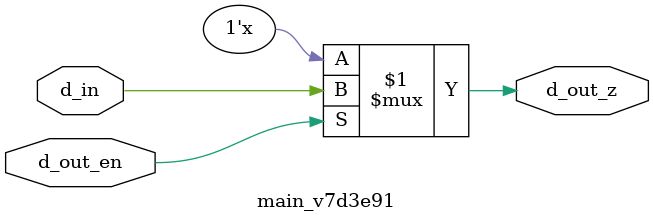
<source format=v>

`default_nettype none

module main (
 input v1c67bd,
 input vc02291,
 output v9ad371
);
 wire w0;
 wire w1;
 wire w2;
 assign w0 = v1c67bd;
 assign w1 = vc02291;
 assign v9ad371 = w2;
 main_v7d3e91 v7d3e91 (
  .d_in(w0),
  .d_out_en(w1),
  .d_out_z(w2)
 );
endmodule

/*-------------------------------------------------*/
/*-- tristate_o  */
/*-- - - - - - - - - - - - - - - - - - - - - - - --*/
/*-- trisate 
/*-------------------------------------------------*/

module main_v7d3e91 (
 input d_in,
 input d_out_en,
 output d_out_z
);
 
 assign d_out_z = d_out_en ? d_in : 1'bz;
endmodule

</source>
